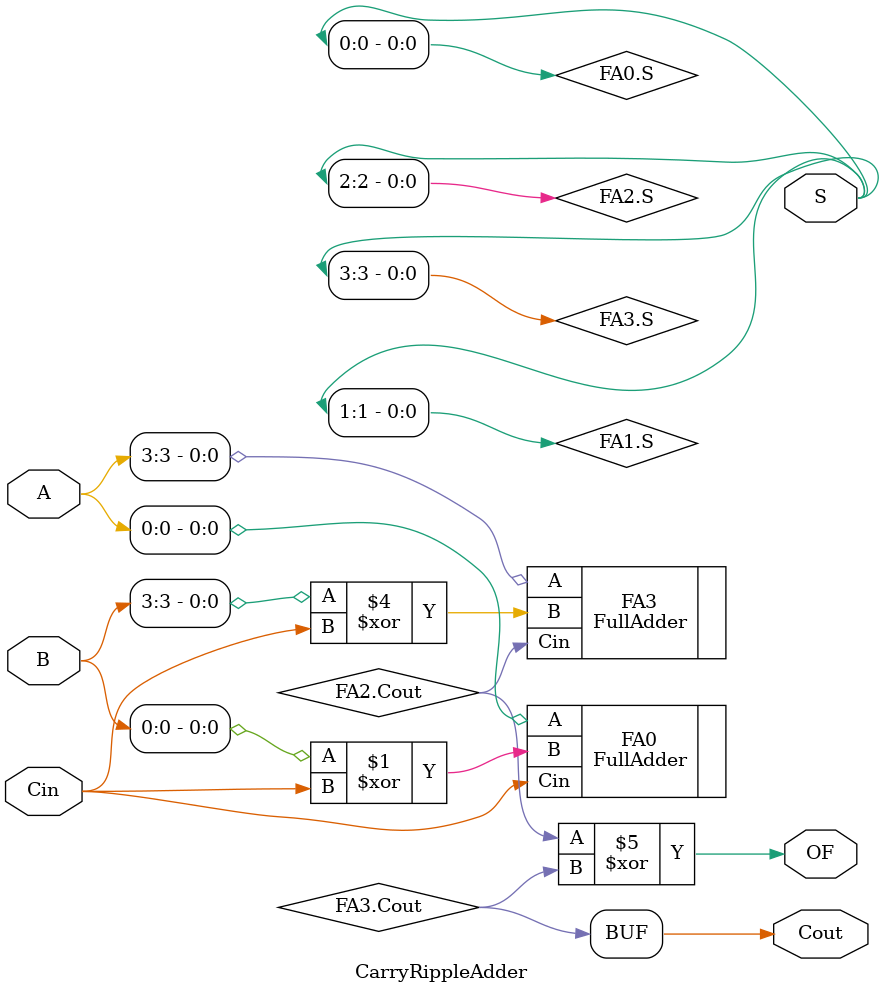
<source format=v>
`timescale 1ns / 1ps
module CarryRippleAdder(input[3:0] A,B,input Cin,
    output[3:0] S,output Cout,OF);
FullAdder FA0(.A(A[0]),.B((B[0])^Cin),.Cin(Cin));
FullAdder FA1(.A(A[1]),.B((B[1])^Cin),.Cin(FA0.Cout)); 
FullAdder FA2(.A(A[2]),.B((B[2])^Cin),.Cin(FA1.Cout));
FullAdder FA3(.A(A[3]),.B((B[3])^Cin),.Cin(FA2.Cout));
assign S = {FA3.S,FA2.S,FA1.S,FA0.S};
assign Cout = FA3.Cout;
assign OF = FA2.Cout^FA3.Cout;
endmodule

</source>
